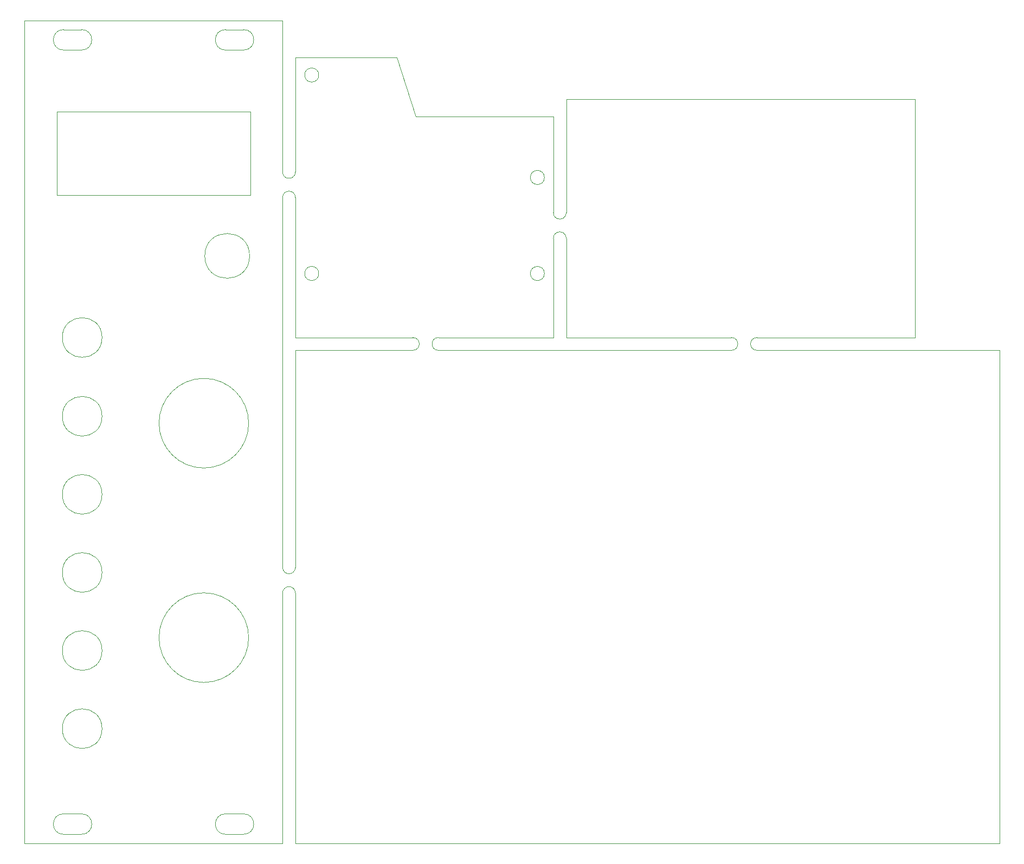
<source format=gm1>
G04 #@! TF.GenerationSoftware,KiCad,Pcbnew,9.0.0*
G04 #@! TF.CreationDate,2025-03-14T23:22:54+09:00*
G04 #@! TF.ProjectId,cv-depot,63762d64-6570-46f7-942e-6b696361645f,rev?*
G04 #@! TF.SameCoordinates,Original*
G04 #@! TF.FileFunction,Profile,NP*
%FSLAX46Y46*%
G04 Gerber Fmt 4.6, Leading zero omitted, Abs format (unit mm)*
G04 Created by KiCad (PCBNEW 9.0.0) date 2025-03-14 23:22:54*
%MOMM*%
%LPD*%
G01*
G04 APERTURE LIST*
G04 #@! TA.AperFunction,Profile*
%ADD10C,0.050000*%
G04 #@! TD*
G04 APERTURE END LIST*
D10*
X46750000Y-151600000D02*
G75*
G02*
X46750000Y-148400000I0J1600000D01*
G01*
X24250000Y-25900000D02*
G75*
G02*
X24250000Y-29100000I0J-1600000D01*
G01*
X96550000Y-49000000D02*
G75*
G02*
X94350000Y-49000000I-1100000J0D01*
G01*
X94350000Y-49000000D02*
G75*
G02*
X96550000Y-49000000I1100000J0D01*
G01*
X97950000Y-39500000D02*
X76450000Y-39500000D01*
X46750000Y-151600000D02*
X49550000Y-151600000D01*
X55650000Y-113910000D02*
G75*
G02*
X57650000Y-113910000I1000000J1D01*
G01*
X99950000Y-54499945D02*
G75*
G02*
X97950000Y-54499945I-1000000J0D01*
G01*
X21450000Y-151600000D02*
G75*
G02*
X21450000Y-148400000I0J1600000D01*
G01*
X80000000Y-76000000D02*
G75*
G02*
X80000000Y-74000000I0J1000000D01*
G01*
X55650001Y-52140000D02*
G75*
G02*
X57650193Y-52140000I1000096J-1D01*
G01*
X57650000Y-153000000D02*
X167650000Y-153000000D01*
X99950000Y-54499945D02*
X99950000Y-36750000D01*
X57650000Y-153000000D02*
X57650000Y-113910000D01*
X57650000Y-74000000D02*
X76000000Y-74000000D01*
X21450000Y-29100000D02*
G75*
G02*
X21450000Y-25900000I0J1600000D01*
G01*
X57650000Y-109910000D02*
X57650000Y-76000000D01*
X15350000Y-24500000D02*
X55650000Y-24500000D01*
X46750000Y-29100000D02*
G75*
G02*
X46750000Y-25900000I0J1600000D01*
G01*
X154450000Y-74000000D02*
X129750000Y-74000000D01*
X97950000Y-74000000D02*
X80000000Y-74000000D01*
X21450000Y-29100000D02*
X24250000Y-29100000D01*
X46750000Y-29100000D02*
X49550000Y-29100000D01*
X57650000Y-30250000D02*
X57650000Y-48135000D01*
X61300000Y-33000000D02*
G75*
G02*
X59100000Y-33000000I-1100000J0D01*
G01*
X59100000Y-33000000D02*
G75*
G02*
X61300000Y-33000000I1100000J0D01*
G01*
X73450000Y-30250000D02*
X57650000Y-30250000D01*
X57650000Y-48135000D02*
G75*
G02*
X55650000Y-48135000I-1000000J0D01*
G01*
X80000000Y-76000000D02*
X125750000Y-76000000D01*
X76000000Y-74000000D02*
G75*
G02*
X76000000Y-76000000I0J-1000000D01*
G01*
X57650000Y-109910000D02*
G75*
G02*
X55650000Y-109910000I-1000000J-1D01*
G01*
X57650000Y-76000000D02*
X76000000Y-76000000D01*
X21450000Y-151600000D02*
X24250000Y-151600000D01*
X154450000Y-74000000D02*
X154450000Y-36750000D01*
X97950000Y-58500000D02*
G75*
G02*
X99950000Y-58500000I1000000J0D01*
G01*
X154450000Y-36750000D02*
X99950000Y-36750000D01*
X49550000Y-25900000D02*
G75*
G02*
X49550000Y-29100000I0J-1600000D01*
G01*
X76450000Y-39500000D02*
X73450000Y-30250000D01*
X167650000Y-76000000D02*
X129750000Y-76000000D01*
X125750000Y-74000000D02*
G75*
G02*
X125750000Y-76000000I0J-1000000D01*
G01*
X21450000Y-148400000D02*
X24250000Y-148400000D01*
X97950000Y-74000000D02*
X97950000Y-58500000D01*
X21450000Y-25900000D02*
X24250000Y-25900000D01*
X15350000Y-153000000D02*
X15350000Y-24500000D01*
X129750000Y-76000000D02*
G75*
G02*
X129750000Y-74000000I0J1000000D01*
G01*
X61300000Y-64000000D02*
G75*
G02*
X59100000Y-64000000I-1100000J0D01*
G01*
X59100000Y-64000000D02*
G75*
G02*
X61300000Y-64000000I1100000J0D01*
G01*
X57650192Y-52140000D02*
X57650000Y-74000000D01*
X46750000Y-148400000D02*
X49550000Y-148400000D01*
X96550000Y-64000000D02*
G75*
G02*
X94350000Y-64000000I-1100000J0D01*
G01*
X94350000Y-64000000D02*
G75*
G02*
X96550000Y-64000000I1100000J0D01*
G01*
X99950000Y-74000000D02*
X99950000Y-58500000D01*
X46750000Y-25900000D02*
X49550000Y-25900000D01*
X167650000Y-153000000D02*
X167650000Y-76000000D01*
X55650000Y-24500000D02*
X55650000Y-48135000D01*
X24250000Y-148400000D02*
G75*
G02*
X24250000Y-151600000I0J-1600000D01*
G01*
X49550000Y-148400000D02*
G75*
G02*
X49550000Y-151600000I0J-1600000D01*
G01*
X99950000Y-74000000D02*
X125750000Y-74000000D01*
X55650000Y-153000000D02*
X15350000Y-153000000D01*
X55650000Y-153000000D02*
X55650000Y-113910000D01*
X55650001Y-109910000D02*
X55650001Y-52140000D01*
X97950000Y-39500001D02*
X97950000Y-54499945D01*
X27452365Y-135100000D02*
G75*
G02*
X21252365Y-135100000I-3100000J0D01*
G01*
X21252365Y-135100000D02*
G75*
G02*
X27452365Y-135100000I3100000J0D01*
G01*
X50352000Y-87380502D02*
G75*
G02*
X36352000Y-87380502I-7000000J0D01*
G01*
X36352000Y-87380502D02*
G75*
G02*
X50352000Y-87380502I7000000J0D01*
G01*
X20380000Y-51750000D02*
X50600000Y-51750000D01*
X50600000Y-38750000D01*
X20380000Y-38750000D01*
X20380000Y-51750000D01*
X27452365Y-110700000D02*
G75*
G02*
X21252365Y-110700000I-3100000J0D01*
G01*
X21252365Y-110700000D02*
G75*
G02*
X27452365Y-110700000I3100000J0D01*
G01*
X27452365Y-86300000D02*
G75*
G02*
X21252365Y-86300000I-3100000J0D01*
G01*
X21252365Y-86300000D02*
G75*
G02*
X27452365Y-86300000I3100000J0D01*
G01*
X27452365Y-74000000D02*
G75*
G02*
X21252365Y-74000000I-3100000J0D01*
G01*
X21252365Y-74000000D02*
G75*
G02*
X27452365Y-74000000I3100000J0D01*
G01*
X27452365Y-122900000D02*
G75*
G02*
X21252365Y-122900000I-3100000J0D01*
G01*
X21252365Y-122900000D02*
G75*
G02*
X27452365Y-122900000I3100000J0D01*
G01*
X50500000Y-61250000D02*
G75*
G02*
X43500000Y-61250000I-3500000J0D01*
G01*
X43500000Y-61250000D02*
G75*
G02*
X50500000Y-61250000I3500000J0D01*
G01*
X27452365Y-98500000D02*
G75*
G02*
X21252365Y-98500000I-3100000J0D01*
G01*
X21252365Y-98500000D02*
G75*
G02*
X27452365Y-98500000I3100000J0D01*
G01*
X50352000Y-120880502D02*
G75*
G02*
X36352000Y-120880502I-7000000J0D01*
G01*
X36352000Y-120880502D02*
G75*
G02*
X50352000Y-120880502I7000000J0D01*
G01*
M02*

</source>
